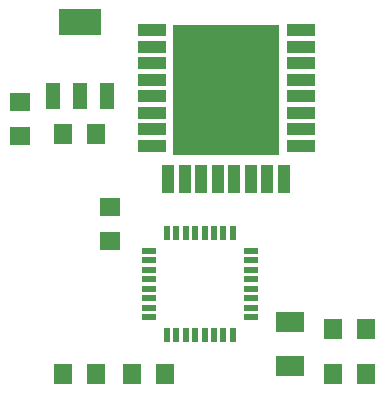
<source format=gtp>
G75*
%MOIN*%
%OFA0B0*%
%FSLAX25Y25*%
%IPPOS*%
%LPD*%
%AMOC8*
5,1,8,0,0,1.08239X$1,22.5*
%
%ADD10R,0.06299X0.07087*%
%ADD11R,0.07087X0.06299*%
%ADD12R,0.03937X0.09646*%
%ADD13R,0.09646X0.03937*%
%ADD14R,0.35433X0.43307*%
%ADD15R,0.02200X0.05000*%
%ADD16R,0.05000X0.02200*%
%ADD17R,0.09449X0.06693*%
%ADD18R,0.04800X0.08800*%
%ADD19R,0.14173X0.08661*%
D10*
X0025488Y0011000D03*
X0036512Y0011000D03*
X0048488Y0011000D03*
X0059512Y0011000D03*
X0115488Y0011000D03*
X0126512Y0011000D03*
X0126512Y0026000D03*
X0115488Y0026000D03*
X0036512Y0091000D03*
X0025488Y0091000D03*
D11*
X0011000Y0090488D03*
X0011000Y0101512D03*
X0041000Y0066512D03*
X0041000Y0055488D03*
D12*
X0060488Y0076000D03*
X0066000Y0076000D03*
X0071512Y0076000D03*
X0077024Y0076000D03*
X0082535Y0076000D03*
X0088047Y0076000D03*
X0093559Y0076000D03*
X0099071Y0076000D03*
D13*
X0104583Y0087024D03*
X0104583Y0092535D03*
X0104583Y0098047D03*
X0104583Y0103559D03*
X0104583Y0109071D03*
X0104583Y0114583D03*
X0104583Y0120094D03*
X0104583Y0125606D03*
X0054976Y0125606D03*
X0054976Y0120094D03*
X0054976Y0114583D03*
X0054976Y0109071D03*
X0054976Y0103559D03*
X0054976Y0098047D03*
X0054976Y0092535D03*
X0054976Y0087024D03*
D14*
X0079780Y0105528D03*
D15*
X0078874Y0057900D03*
X0082024Y0057900D03*
X0075724Y0057900D03*
X0072575Y0057900D03*
X0069425Y0057900D03*
X0066276Y0057900D03*
X0063126Y0057900D03*
X0059976Y0057900D03*
X0059976Y0024100D03*
X0063126Y0024100D03*
X0066276Y0024100D03*
X0069425Y0024100D03*
X0072575Y0024100D03*
X0075724Y0024100D03*
X0078874Y0024100D03*
X0082024Y0024100D03*
D16*
X0087900Y0029976D03*
X0087900Y0033126D03*
X0087900Y0036276D03*
X0087900Y0039425D03*
X0087900Y0042575D03*
X0087900Y0045724D03*
X0087900Y0048874D03*
X0087900Y0052024D03*
X0054100Y0052024D03*
X0054100Y0048874D03*
X0054100Y0045724D03*
X0054100Y0042575D03*
X0054100Y0039425D03*
X0054100Y0036276D03*
X0054100Y0033126D03*
X0054100Y0029976D03*
D17*
X0101000Y0028283D03*
X0101000Y0013717D03*
D18*
X0040100Y0103800D03*
X0031000Y0103800D03*
X0021900Y0103800D03*
D19*
X0031000Y0128201D03*
M02*

</source>
